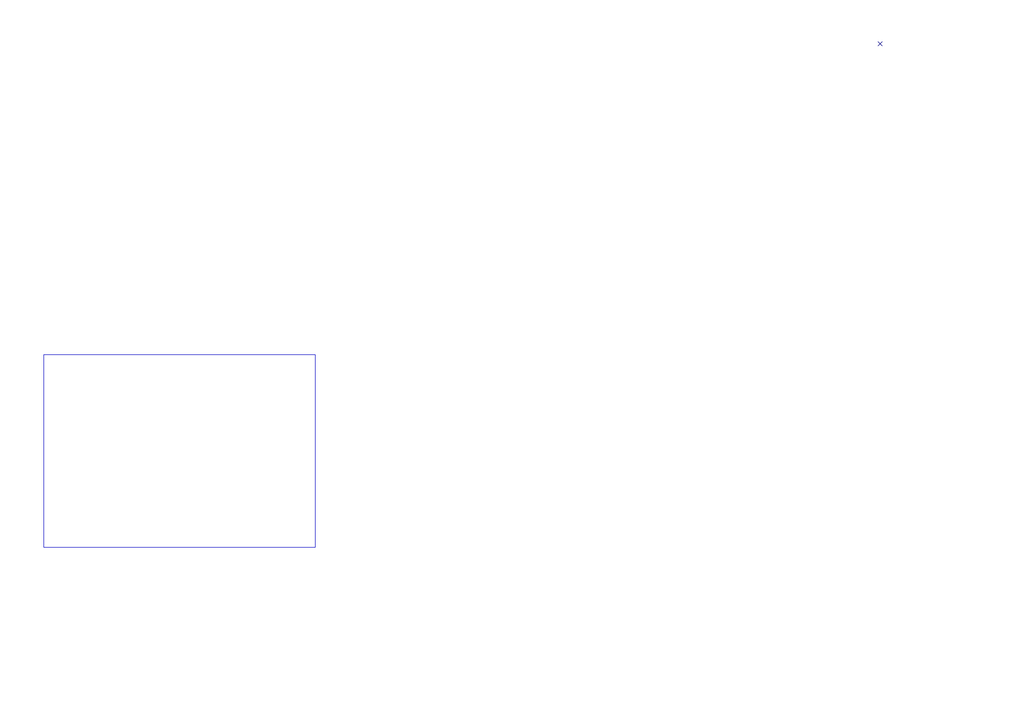
<source format=kicad_sch>
(kicad_sch
	(version 20231120)
	(generator "eeschema")
	(generator_version "8.0")
	(uuid "8d305730-6be8-4663-8934-ab3375809a6f")
	(paper "A4")
	(lib_symbols)
	(no_connect
		(at 255.27 12.7)
		(uuid "52d42d25-8e03-45b9-b2ab-cdace1e3d9c8")
	)
	(rectangle
		(start 12.7 102.87)
		(end 91.44 158.75)
		(stroke
			(width 0)
			(type default)
		)
		(fill
			(type none)
		)
		(uuid c39c9a8a-e620-4991-8a76-0ce0f7fd6cea)
	)
)

</source>
